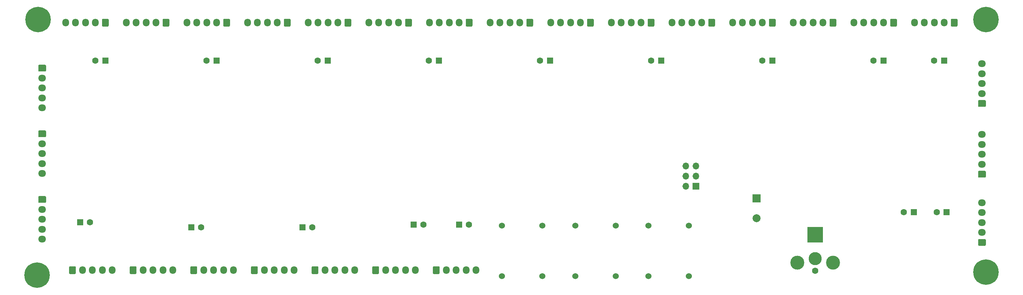
<source format=gbr>
G04 #@! TF.GenerationSoftware,KiCad,Pcbnew,(5.1.10-1-10_14)*
G04 #@! TF.CreationDate,2021-11-16T00:20:27-08:00*
G04 #@! TF.ProjectId,stepper_clock,73746570-7065-4725-9f63-6c6f636b2e6b,rev?*
G04 #@! TF.SameCoordinates,Original*
G04 #@! TF.FileFunction,Soldermask,Bot*
G04 #@! TF.FilePolarity,Negative*
%FSLAX46Y46*%
G04 Gerber Fmt 4.6, Leading zero omitted, Abs format (unit mm)*
G04 Created by KiCad (PCBNEW (5.1.10-1-10_14)) date 2021-11-16 00:20:27*
%MOMM*%
%LPD*%
G01*
G04 APERTURE LIST*
%ADD10C,1.600000*%
%ADD11R,1.600000X1.600000*%
%ADD12R,4.000000X4.000000*%
%ADD13C,3.300000*%
%ADD14C,3.500000*%
%ADD15O,1.950000X1.700000*%
%ADD16O,1.700000X1.950000*%
%ADD17R,1.700000X1.700000*%
%ADD18O,1.700000X1.700000*%
%ADD19C,1.524000*%
%ADD20R,2.000000X2.000000*%
%ADD21C,2.000000*%
%ADD22C,0.800000*%
%ADD23C,6.400000*%
G04 APERTURE END LIST*
D10*
X236260000Y-55245000D03*
D11*
X238760000Y-55245000D03*
D12*
X205740000Y-60960000D03*
D13*
X205740000Y-66960000D03*
D14*
X201240000Y-67960000D03*
X210240000Y-67960000D03*
D10*
X205740000Y-69960000D03*
G36*
G01*
X248375000Y-28790000D02*
X246925000Y-28790000D01*
G75*
G02*
X246675000Y-28540000I0J250000D01*
G01*
X246675000Y-27340000D01*
G75*
G02*
X246925000Y-27090000I250000J0D01*
G01*
X248375000Y-27090000D01*
G75*
G02*
X248625000Y-27340000I0J-250000D01*
G01*
X248625000Y-28540000D01*
G75*
G02*
X248375000Y-28790000I-250000J0D01*
G01*
G37*
D15*
X247650000Y-25440000D03*
X247650000Y-22940000D03*
X247650000Y-20440000D03*
X247650000Y-17940000D03*
G36*
G01*
X195795000Y-6895000D02*
X195795000Y-8345000D01*
G75*
G02*
X195545000Y-8595000I-250000J0D01*
G01*
X194345000Y-8595000D01*
G75*
G02*
X194095000Y-8345000I0J250000D01*
G01*
X194095000Y-6895000D01*
G75*
G02*
X194345000Y-6645000I250000J0D01*
G01*
X195545000Y-6645000D01*
G75*
G02*
X195795000Y-6895000I0J-250000D01*
G01*
G37*
D16*
X192445000Y-7620000D03*
X189945000Y-7620000D03*
X187445000Y-7620000D03*
X184945000Y-7620000D03*
X108745000Y-7620000D03*
X111245000Y-7620000D03*
X113745000Y-7620000D03*
X116245000Y-7620000D03*
G36*
G01*
X119595000Y-6895000D02*
X119595000Y-8345000D01*
G75*
G02*
X119345000Y-8595000I-250000J0D01*
G01*
X118145000Y-8595000D01*
G75*
G02*
X117895000Y-8345000I0J250000D01*
G01*
X117895000Y-6895000D01*
G75*
G02*
X118145000Y-6645000I250000J0D01*
G01*
X119345000Y-6645000D01*
G75*
G02*
X119595000Y-6895000I0J-250000D01*
G01*
G37*
G36*
G01*
X58635000Y-6895000D02*
X58635000Y-8345000D01*
G75*
G02*
X58385000Y-8595000I-250000J0D01*
G01*
X57185000Y-8595000D01*
G75*
G02*
X56935000Y-8345000I0J250000D01*
G01*
X56935000Y-6895000D01*
G75*
G02*
X57185000Y-6645000I250000J0D01*
G01*
X58385000Y-6645000D01*
G75*
G02*
X58635000Y-6895000I0J-250000D01*
G01*
G37*
X55285000Y-7620000D03*
X52785000Y-7620000D03*
X50285000Y-7620000D03*
X47785000Y-7620000D03*
D17*
X175768000Y-48768000D03*
D18*
X173228000Y-48768000D03*
X175768000Y-46228000D03*
X173228000Y-46228000D03*
X175768000Y-43688000D03*
X173228000Y-43688000D03*
D19*
X145415000Y-71374000D03*
X145415000Y-58674000D03*
X155575000Y-71374000D03*
X155575000Y-58674000D03*
X173990000Y-58674000D03*
X173990000Y-71374000D03*
X163830000Y-58674000D03*
X163830000Y-71374000D03*
X137160000Y-58674000D03*
X137160000Y-71374000D03*
X127000000Y-58674000D03*
X127000000Y-71374000D03*
D11*
X116205000Y-58420000D03*
D10*
X118705000Y-58420000D03*
X107275000Y-58420000D03*
D11*
X104775000Y-58420000D03*
D10*
X79335000Y-59055000D03*
D11*
X76835000Y-59055000D03*
X48895000Y-59055000D03*
D10*
X51395000Y-59055000D03*
D11*
X20955000Y-57785000D03*
D10*
X23455000Y-57785000D03*
X24805000Y-17145000D03*
D11*
X27305000Y-17145000D03*
D10*
X52745000Y-17145000D03*
D11*
X55245000Y-17145000D03*
X83185000Y-17145000D03*
D10*
X80685000Y-17145000D03*
X108625000Y-17145000D03*
D11*
X111125000Y-17145000D03*
X139065000Y-17145000D03*
D10*
X136565000Y-17145000D03*
D11*
X167005000Y-17145000D03*
D10*
X164505000Y-17145000D03*
X192445000Y-17145000D03*
D11*
X194945000Y-17145000D03*
X222885000Y-17145000D03*
D10*
X220385000Y-17145000D03*
X235625000Y-17145000D03*
D11*
X238125000Y-17145000D03*
X230505000Y-55245000D03*
D10*
X228005000Y-55245000D03*
D20*
X191008000Y-51816000D03*
D21*
X191008000Y-56816000D03*
D22*
X12111056Y-5160944D03*
X10414000Y-4458000D03*
X8716944Y-5160944D03*
X8014000Y-6858000D03*
X8716944Y-8555056D03*
X10414000Y-9258000D03*
X12111056Y-8555056D03*
X12814000Y-6858000D03*
D23*
X10414000Y-6858000D03*
X10160000Y-71120000D03*
D22*
X12560000Y-71120000D03*
X11857056Y-72817056D03*
X10160000Y-73520000D03*
X8462944Y-72817056D03*
X7760000Y-71120000D03*
X8462944Y-69422944D03*
X10160000Y-68720000D03*
X11857056Y-69422944D03*
D23*
X248666000Y-6858000D03*
D22*
X251066000Y-6858000D03*
X250363056Y-8555056D03*
X248666000Y-9258000D03*
X246968944Y-8555056D03*
X246266000Y-6858000D03*
X246968944Y-5160944D03*
X248666000Y-4458000D03*
X250363056Y-5160944D03*
X250363056Y-68660944D03*
X248666000Y-67958000D03*
X246968944Y-68660944D03*
X246266000Y-70358000D03*
X246968944Y-72055056D03*
X248666000Y-72758000D03*
X250363056Y-72055056D03*
X251066000Y-70358000D03*
D23*
X248666000Y-70358000D03*
D16*
X29050000Y-69850000D03*
X26550000Y-69850000D03*
X24050000Y-69850000D03*
X21550000Y-69850000D03*
G36*
G01*
X18200000Y-70575000D02*
X18200000Y-69125000D01*
G75*
G02*
X18450000Y-68875000I250000J0D01*
G01*
X19650000Y-68875000D01*
G75*
G02*
X19900000Y-69125000I0J-250000D01*
G01*
X19900000Y-70575000D01*
G75*
G02*
X19650000Y-70825000I-250000J0D01*
G01*
X18450000Y-70825000D01*
G75*
G02*
X18200000Y-70575000I0J250000D01*
G01*
G37*
G36*
G01*
X33440000Y-70575000D02*
X33440000Y-69125000D01*
G75*
G02*
X33690000Y-68875000I250000J0D01*
G01*
X34890000Y-68875000D01*
G75*
G02*
X35140000Y-69125000I0J-250000D01*
G01*
X35140000Y-70575000D01*
G75*
G02*
X34890000Y-70825000I-250000J0D01*
G01*
X33690000Y-70825000D01*
G75*
G02*
X33440000Y-70575000I0J250000D01*
G01*
G37*
X36790000Y-69850000D03*
X39290000Y-69850000D03*
X41790000Y-69850000D03*
X44290000Y-69850000D03*
G36*
G01*
X48680000Y-70575000D02*
X48680000Y-69125000D01*
G75*
G02*
X48930000Y-68875000I250000J0D01*
G01*
X50130000Y-68875000D01*
G75*
G02*
X50380000Y-69125000I0J-250000D01*
G01*
X50380000Y-70575000D01*
G75*
G02*
X50130000Y-70825000I-250000J0D01*
G01*
X48930000Y-70825000D01*
G75*
G02*
X48680000Y-70575000I0J250000D01*
G01*
G37*
X52030000Y-69850000D03*
X54530000Y-69850000D03*
X57030000Y-69850000D03*
X59530000Y-69850000D03*
G36*
G01*
X63920000Y-70575000D02*
X63920000Y-69125000D01*
G75*
G02*
X64170000Y-68875000I250000J0D01*
G01*
X65370000Y-68875000D01*
G75*
G02*
X65620000Y-69125000I0J-250000D01*
G01*
X65620000Y-70575000D01*
G75*
G02*
X65370000Y-70825000I-250000J0D01*
G01*
X64170000Y-70825000D01*
G75*
G02*
X63920000Y-70575000I0J250000D01*
G01*
G37*
X67270000Y-69850000D03*
X69770000Y-69850000D03*
X72270000Y-69850000D03*
X74770000Y-69850000D03*
G36*
G01*
X79160000Y-70575000D02*
X79160000Y-69125000D01*
G75*
G02*
X79410000Y-68875000I250000J0D01*
G01*
X80610000Y-68875000D01*
G75*
G02*
X80860000Y-69125000I0J-250000D01*
G01*
X80860000Y-70575000D01*
G75*
G02*
X80610000Y-70825000I-250000J0D01*
G01*
X79410000Y-70825000D01*
G75*
G02*
X79160000Y-70575000I0J250000D01*
G01*
G37*
X82510000Y-69850000D03*
X85010000Y-69850000D03*
X87510000Y-69850000D03*
X90010000Y-69850000D03*
X105250000Y-69850000D03*
X102750000Y-69850000D03*
X100250000Y-69850000D03*
X97750000Y-69850000D03*
G36*
G01*
X94400000Y-70575000D02*
X94400000Y-69125000D01*
G75*
G02*
X94650000Y-68875000I250000J0D01*
G01*
X95850000Y-68875000D01*
G75*
G02*
X96100000Y-69125000I0J-250000D01*
G01*
X96100000Y-70575000D01*
G75*
G02*
X95850000Y-70825000I-250000J0D01*
G01*
X94650000Y-70825000D01*
G75*
G02*
X94400000Y-70575000I0J250000D01*
G01*
G37*
X120490000Y-69850000D03*
X117990000Y-69850000D03*
X115490000Y-69850000D03*
X112990000Y-69850000D03*
G36*
G01*
X109640000Y-70575000D02*
X109640000Y-69125000D01*
G75*
G02*
X109890000Y-68875000I250000J0D01*
G01*
X111090000Y-68875000D01*
G75*
G02*
X111340000Y-69125000I0J-250000D01*
G01*
X111340000Y-70575000D01*
G75*
G02*
X111090000Y-70825000I-250000J0D01*
G01*
X109890000Y-70825000D01*
G75*
G02*
X109640000Y-70575000I0J250000D01*
G01*
G37*
X63025000Y-7620000D03*
X65525000Y-7620000D03*
X68025000Y-7620000D03*
X70525000Y-7620000D03*
G36*
G01*
X73875000Y-6895000D02*
X73875000Y-8345000D01*
G75*
G02*
X73625000Y-8595000I-250000J0D01*
G01*
X72425000Y-8595000D01*
G75*
G02*
X72175000Y-8345000I0J250000D01*
G01*
X72175000Y-6895000D01*
G75*
G02*
X72425000Y-6645000I250000J0D01*
G01*
X73625000Y-6645000D01*
G75*
G02*
X73875000Y-6895000I0J-250000D01*
G01*
G37*
G36*
G01*
X43395000Y-6895000D02*
X43395000Y-8345000D01*
G75*
G02*
X43145000Y-8595000I-250000J0D01*
G01*
X41945000Y-8595000D01*
G75*
G02*
X41695000Y-8345000I0J250000D01*
G01*
X41695000Y-6895000D01*
G75*
G02*
X41945000Y-6645000I250000J0D01*
G01*
X43145000Y-6645000D01*
G75*
G02*
X43395000Y-6895000I0J-250000D01*
G01*
G37*
X40045000Y-7620000D03*
X37545000Y-7620000D03*
X35045000Y-7620000D03*
X32545000Y-7620000D03*
X17305000Y-7620000D03*
X19805000Y-7620000D03*
X22305000Y-7620000D03*
X24805000Y-7620000D03*
G36*
G01*
X28155000Y-6895000D02*
X28155000Y-8345000D01*
G75*
G02*
X27905000Y-8595000I-250000J0D01*
G01*
X26705000Y-8595000D01*
G75*
G02*
X26455000Y-8345000I0J250000D01*
G01*
X26455000Y-6895000D01*
G75*
G02*
X26705000Y-6645000I250000J0D01*
G01*
X27905000Y-6645000D01*
G75*
G02*
X28155000Y-6895000I0J-250000D01*
G01*
G37*
D15*
X11430000Y-29050000D03*
X11430000Y-26550000D03*
X11430000Y-24050000D03*
X11430000Y-21550000D03*
G36*
G01*
X10705000Y-18200000D02*
X12155000Y-18200000D01*
G75*
G02*
X12405000Y-18450000I0J-250000D01*
G01*
X12405000Y-19650000D01*
G75*
G02*
X12155000Y-19900000I-250000J0D01*
G01*
X10705000Y-19900000D01*
G75*
G02*
X10455000Y-19650000I0J250000D01*
G01*
X10455000Y-18450000D01*
G75*
G02*
X10705000Y-18200000I250000J0D01*
G01*
G37*
X11430000Y-45560000D03*
X11430000Y-43060000D03*
X11430000Y-40560000D03*
X11430000Y-38060000D03*
G36*
G01*
X10705000Y-34710000D02*
X12155000Y-34710000D01*
G75*
G02*
X12405000Y-34960000I0J-250000D01*
G01*
X12405000Y-36160000D01*
G75*
G02*
X12155000Y-36410000I-250000J0D01*
G01*
X10705000Y-36410000D01*
G75*
G02*
X10455000Y-36160000I0J250000D01*
G01*
X10455000Y-34960000D01*
G75*
G02*
X10705000Y-34710000I250000J0D01*
G01*
G37*
G36*
G01*
X10705000Y-51220000D02*
X12155000Y-51220000D01*
G75*
G02*
X12405000Y-51470000I0J-250000D01*
G01*
X12405000Y-52670000D01*
G75*
G02*
X12155000Y-52920000I-250000J0D01*
G01*
X10705000Y-52920000D01*
G75*
G02*
X10455000Y-52670000I0J250000D01*
G01*
X10455000Y-51470000D01*
G75*
G02*
X10705000Y-51220000I250000J0D01*
G01*
G37*
X11430000Y-54570000D03*
X11430000Y-57070000D03*
X11430000Y-59570000D03*
X11430000Y-62070000D03*
G36*
G01*
X180555000Y-6895000D02*
X180555000Y-8345000D01*
G75*
G02*
X180305000Y-8595000I-250000J0D01*
G01*
X179105000Y-8595000D01*
G75*
G02*
X178855000Y-8345000I0J250000D01*
G01*
X178855000Y-6895000D01*
G75*
G02*
X179105000Y-6645000I250000J0D01*
G01*
X180305000Y-6645000D01*
G75*
G02*
X180555000Y-6895000I0J-250000D01*
G01*
G37*
D16*
X177205000Y-7620000D03*
X174705000Y-7620000D03*
X172205000Y-7620000D03*
X169705000Y-7620000D03*
X154465000Y-7620000D03*
X156965000Y-7620000D03*
X159465000Y-7620000D03*
X161965000Y-7620000D03*
G36*
G01*
X165315000Y-6895000D02*
X165315000Y-8345000D01*
G75*
G02*
X165065000Y-8595000I-250000J0D01*
G01*
X163865000Y-8595000D01*
G75*
G02*
X163615000Y-8345000I0J250000D01*
G01*
X163615000Y-6895000D01*
G75*
G02*
X163865000Y-6645000I250000J0D01*
G01*
X165065000Y-6645000D01*
G75*
G02*
X165315000Y-6895000I0J-250000D01*
G01*
G37*
X139225000Y-7620000D03*
X141725000Y-7620000D03*
X144225000Y-7620000D03*
X146725000Y-7620000D03*
G36*
G01*
X150075000Y-6895000D02*
X150075000Y-8345000D01*
G75*
G02*
X149825000Y-8595000I-250000J0D01*
G01*
X148625000Y-8595000D01*
G75*
G02*
X148375000Y-8345000I0J250000D01*
G01*
X148375000Y-6895000D01*
G75*
G02*
X148625000Y-6645000I250000J0D01*
G01*
X149825000Y-6645000D01*
G75*
G02*
X150075000Y-6895000I0J-250000D01*
G01*
G37*
G36*
G01*
X134835000Y-6895000D02*
X134835000Y-8345000D01*
G75*
G02*
X134585000Y-8595000I-250000J0D01*
G01*
X133385000Y-8595000D01*
G75*
G02*
X133135000Y-8345000I0J250000D01*
G01*
X133135000Y-6895000D01*
G75*
G02*
X133385000Y-6645000I250000J0D01*
G01*
X134585000Y-6645000D01*
G75*
G02*
X134835000Y-6895000I0J-250000D01*
G01*
G37*
X131485000Y-7620000D03*
X128985000Y-7620000D03*
X126485000Y-7620000D03*
X123985000Y-7620000D03*
G36*
G01*
X104355000Y-6895000D02*
X104355000Y-8345000D01*
G75*
G02*
X104105000Y-8595000I-250000J0D01*
G01*
X102905000Y-8595000D01*
G75*
G02*
X102655000Y-8345000I0J250000D01*
G01*
X102655000Y-6895000D01*
G75*
G02*
X102905000Y-6645000I250000J0D01*
G01*
X104105000Y-6645000D01*
G75*
G02*
X104355000Y-6895000I0J-250000D01*
G01*
G37*
X101005000Y-7620000D03*
X98505000Y-7620000D03*
X96005000Y-7620000D03*
X93505000Y-7620000D03*
X78265000Y-7620000D03*
X80765000Y-7620000D03*
X83265000Y-7620000D03*
X85765000Y-7620000D03*
G36*
G01*
X89115000Y-6895000D02*
X89115000Y-8345000D01*
G75*
G02*
X88865000Y-8595000I-250000J0D01*
G01*
X87665000Y-8595000D01*
G75*
G02*
X87415000Y-8345000I0J250000D01*
G01*
X87415000Y-6895000D01*
G75*
G02*
X87665000Y-6645000I250000J0D01*
G01*
X88865000Y-6645000D01*
G75*
G02*
X89115000Y-6895000I0J-250000D01*
G01*
G37*
D15*
X247650000Y-52865000D03*
X247650000Y-55365000D03*
X247650000Y-57865000D03*
X247650000Y-60365000D03*
G36*
G01*
X248375000Y-63715000D02*
X246925000Y-63715000D01*
G75*
G02*
X246675000Y-63465000I0J250000D01*
G01*
X246675000Y-62265000D01*
G75*
G02*
X246925000Y-62015000I250000J0D01*
G01*
X248375000Y-62015000D01*
G75*
G02*
X248625000Y-62265000I0J-250000D01*
G01*
X248625000Y-63465000D01*
G75*
G02*
X248375000Y-63715000I-250000J0D01*
G01*
G37*
G36*
G01*
X248375000Y-46570000D02*
X246925000Y-46570000D01*
G75*
G02*
X246675000Y-46320000I0J250000D01*
G01*
X246675000Y-45120000D01*
G75*
G02*
X246925000Y-44870000I250000J0D01*
G01*
X248375000Y-44870000D01*
G75*
G02*
X248625000Y-45120000I0J-250000D01*
G01*
X248625000Y-46320000D01*
G75*
G02*
X248375000Y-46570000I-250000J0D01*
G01*
G37*
X247650000Y-43220000D03*
X247650000Y-40720000D03*
X247650000Y-38220000D03*
X247650000Y-35720000D03*
D16*
X230665000Y-7620000D03*
X233165000Y-7620000D03*
X235665000Y-7620000D03*
X238165000Y-7620000D03*
G36*
G01*
X241515000Y-6895000D02*
X241515000Y-8345000D01*
G75*
G02*
X241265000Y-8595000I-250000J0D01*
G01*
X240065000Y-8595000D01*
G75*
G02*
X239815000Y-8345000I0J250000D01*
G01*
X239815000Y-6895000D01*
G75*
G02*
X240065000Y-6645000I250000J0D01*
G01*
X241265000Y-6645000D01*
G75*
G02*
X241515000Y-6895000I0J-250000D01*
G01*
G37*
G36*
G01*
X226275000Y-6895000D02*
X226275000Y-8345000D01*
G75*
G02*
X226025000Y-8595000I-250000J0D01*
G01*
X224825000Y-8595000D01*
G75*
G02*
X224575000Y-8345000I0J250000D01*
G01*
X224575000Y-6895000D01*
G75*
G02*
X224825000Y-6645000I250000J0D01*
G01*
X226025000Y-6645000D01*
G75*
G02*
X226275000Y-6895000I0J-250000D01*
G01*
G37*
X222925000Y-7620000D03*
X220425000Y-7620000D03*
X217925000Y-7620000D03*
X215425000Y-7620000D03*
X200185000Y-7620000D03*
X202685000Y-7620000D03*
X205185000Y-7620000D03*
X207685000Y-7620000D03*
G36*
G01*
X211035000Y-6895000D02*
X211035000Y-8345000D01*
G75*
G02*
X210785000Y-8595000I-250000J0D01*
G01*
X209585000Y-8595000D01*
G75*
G02*
X209335000Y-8345000I0J250000D01*
G01*
X209335000Y-6895000D01*
G75*
G02*
X209585000Y-6645000I250000J0D01*
G01*
X210785000Y-6645000D01*
G75*
G02*
X211035000Y-6895000I0J-250000D01*
G01*
G37*
M02*

</source>
